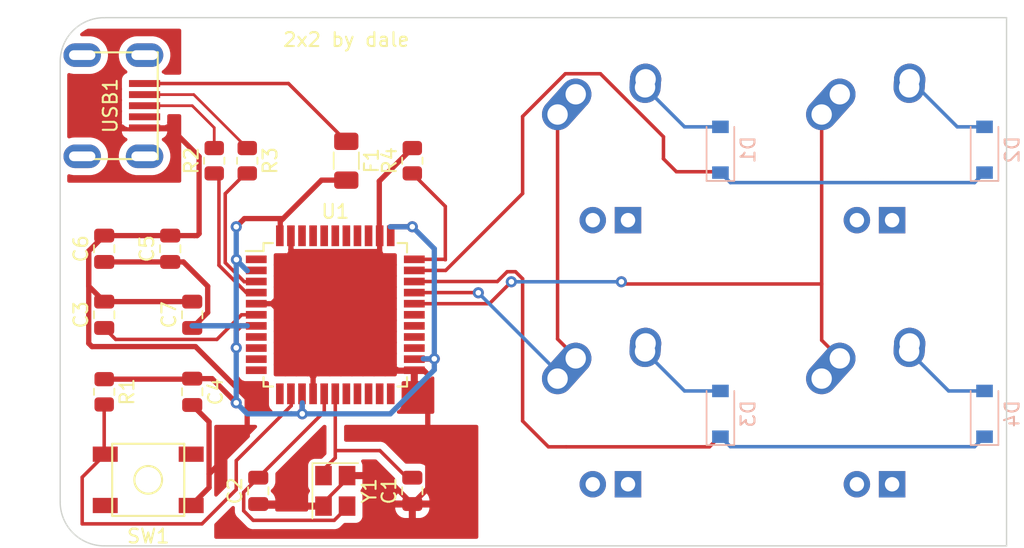
<source format=kicad_pcb>
(kicad_pcb (version 20211014) (generator pcbnew)
  (layers (0 "F.Cu" signal) (31 "B.Cu" signal) (34 "B.Paste" user) (35 "F.Paste" user) (36 "B.SilkS" user "B.Silkscreen") (37 "F.SilkS" user "F.Silkscreen") (38 "B.Mask" user) (39 "F.Mask" user) (44 "Edge.Cuts" user))
  (net 0 "")
  (net 1 "GND")
  (net 2 "Net-(C1-Pad2)")
  (net 3 "Net-(C2-Pad2)")
  (net 4 "Net-(C3-Pad1)")
  (net 5 "+5V")
  (net 6 "ROW0")
  (net 7 "Net-(D1-Pad2)")
  (net 8 "Net-(D2-Pad2)")
  (net 9 "ROW1")
  (net 10 "Net-(D3-Pad2)")
  (net 11 "Net-(D4-Pad2)")
  (net 12 "VCC")
  (net 13 "COL0")
  (net 16 "COL1")
  (net 23 "Net-(R1-Pad2)")
  (net 24 "Net-(R2-Pad1)")
  (net 25 "D+")
  (net 26 "D-")
  (net 27 "Net-(R3-Pad2)")
  (net 28 "Net-(R4-Pad1)")
  (footprint "Resistor_SMD:R_0805_2012Metric" (layer "F.Cu") (at 99.21875 139.7 -90)
    (fp_text reference "R1" (at 0 -1.65 90) (layer "F.SilkS"))
    (fp_text value "10k")
    (fp_line (start -0.227064 -0.735) (end 0.227064 -0.735) (layer "F.SilkS") (width 0.12))
    (fp_line (start -0.227064 0.735) (end 0.227064 0.735) (layer "F.SilkS") (width 0.12))
    (pad "1" smd roundrect (at -0.9125 0 270) (size 1.025 1.4) (layers "F.Cu" "F.Paste" "F.Mask") (roundrect_rratio 0.243902) (net 5 "+5V"))
    (pad "2" smd roundrect (at 0.9125 0 270) (size 1.025 1.4) (layers "F.Cu" "F.Paste" "F.Mask") (roundrect_rratio 0.243902) (net 23 "Net-(R1-Pad2)"))
  )
  (footprint "MX_Alps_Hybrid:MX-1U" (layer "F.Cu") (at 154.78125 122.2375)
    (fp_text reference "MX2")
    (fp_text value "MX-LED")
    (pad "" np_thru_hole circle locked (at 0 0) (size 3.9878 3.9878) (drill 3.9878) (layers *.Cu *.Mask))
    (pad "" np_thru_hole circle locked (at 5.08 0 48.0996) (size 1.75 1.75) (drill 1.75) (layers *.Cu *.Mask))
    (pad "" np_thru_hole circle locked (at -5.08 0 48.0996) (size 1.75 1.75) (drill 1.75) (layers *.Cu *.Mask))
    (pad "1" thru_hole circle locked (at -2.5 -4) (size 2.25 2.25) (drill 1.47) (layers *.Cu "B.Mask") (net 16 "COL1"))
    (pad "1" thru_hole oval locked (at -3.81 -2.54 48.0996) (size 4.211556 2.25) (drill 1.47 (offset 0.980778 0)) (layers *.Cu "B.Mask") (net 16 "COL1"))
    (pad "2" thru_hole oval locked (at 2.5 -4.5 86.0548) (size 2.831378 2.25) (drill 1.47 (offset 0.290689 0)) (layers *.Cu "B.Mask") (net 8 "Net-(D2-Pad2)"))
    (pad "2" thru_hole circle locked (at 2.54 -5.08) (size 2.25 2.25) (drill 1.47) (layers *.Cu "B.Mask") (net 8 "Net-(D2-Pad2)"))
    (pad "3" thru_hole circle locked (at -1.27 5.08) (size 1.905 1.905) (drill 1.04) (layers *.Cu "B.Mask"))
    (pad "4" thru_hole rect locked (at 1.27 5.08) (size 1.905 1.905) (drill 1.04) (layers *.Cu "B.Mask"))
  )
  (footprint "Resistor_SMD:R_0805_2012Metric" (layer "F.Cu") (at 121.44375 123.03125 90)
    (fp_text reference "R4" (at 0 -1.65 90) (layer "F.SilkS"))
    (fp_text value "10k")
    (fp_line (start -0.227064 0.735) (end 0.227064 0.735) (layer "F.SilkS") (width 0.12))
    (fp_line (start -0.227064 -0.735) (end 0.227064 -0.735) (layer "F.SilkS") (width 0.12))
    (pad "1" smd roundrect (at -0.9125 0 90) (size 1.025 1.4) (layers "F.Cu" "F.Paste" "F.Mask") (roundrect_rratio 0.243902) (net 28 "Net-(R4-Pad1)"))
    (pad "2" smd roundrect (at 0.9125 0 90) (size 1.025 1.4) (layers "F.Cu" "F.Paste" "F.Mask") (roundrect_rratio 0.243902) (net 1 "GND"))
  )
  (footprint "random-keyboard-parts:Molex-0548190589" (layer "F.Cu") (at 97.63125 119.0625)
    (fp_text reference "USB1" (at 2.032 0 90) (layer "F.SilkS"))
    (fp_text value "Molex-0548190589")
    (fp_line (start 0 -3.85) (end 5.45 -3.85) (layer "F.SilkS") (width 0.15))
    (fp_line (start 0 3.85) (end 5.45 3.85) (layer "F.SilkS") (width 0.15))
    (fp_line (start 5.45 -3.85) (end 5.45 3.85) (layer "F.SilkS") (width 0.15))
    (pad "1" smd rect locked (at 4.5 1.6) (size 2.25 0.5) (layers "F.Cu" "F.Paste" "F.Mask") (net 1 "GND"))
    (pad "2" smd rect locked (at 4.5 0.8) (size 2.25 0.5) (layers "F.Cu" "F.Paste" "F.Mask"))
    (pad "3" smd rect locked (at 4.5 0) (size 2.25 0.5) (layers "F.Cu" "F.Paste" "F.Mask") (net 25 "D+"))
    (pad "4" smd rect locked (at 4.5 -0.8) (size 2.25 0.5) (layers "F.Cu" "F.Paste" "F.Mask") (net 26 "D-"))
    (pad "5" smd rect locked (at 4.5 -1.6) (size 2.25 0.5) (layers "F.Cu" "F.Paste" "F.Mask") (net 12 "VCC"))
    (pad "6" thru_hole oval locked (at 4.5 3.65) (size 2.7 1.7) (drill oval 1.9 0.7) (layers *.Cu *.Mask))
    (pad "6" thru_hole oval locked (at 0 3.65) (size 2.7 1.7) (drill oval 1.9 0.7) (layers *.Cu *.Mask))
    (pad "6" thru_hole oval locked (at 0 -3.65) (size 2.7 1.7) (drill oval 1.9 0.7) (layers *.Cu *.Mask))
    (pad "6" thru_hole oval locked (at 4.5 -3.65) (size 2.7 1.7) (drill oval 1.9 0.7) (layers *.Cu *.Mask))
  )
  (footprint "MX_Alps_Hybrid:MX-1U" (layer "F.Cu") (at 154.78125 141.2875)
    (fp_text reference "MX4")
    (fp_text value "MX-LED")
    (pad "" np_thru_hole circle locked (at 5.08 0 48.0996) (size 1.75 1.75) (drill 1.75) (layers *.Cu *.Mask))
    (pad "" np_thru_hole circle locked (at 0 0) (size 3.9878 3.9878) (drill 3.9878) (layers *.Cu *.Mask))
    (pad "" np_thru_hole circle locked (at -5.08 0 48.0996) (size 1.75 1.75) (drill 1.75) (layers *.Cu *.Mask))
    (pad "1" thru_hole oval locked (at -3.81 -2.54 48.0996) (size 4.211556 2.25) (drill 1.47 (offset 0.980778 0)) (layers *.Cu "B.Mask") (net 16 "COL1"))
    (pad "1" thru_hole circle locked (at -2.5 -4) (size 2.25 2.25) (drill 1.47) (layers *.Cu "B.Mask") (net 16 "COL1"))
    (pad "2" thru_hole circle locked (at 2.54 -5.08) (size 2.25 2.25) (drill 1.47) (layers *.Cu "B.Mask") (net 11 "Net-(D4-Pad2)"))
    (pad "2" thru_hole oval locked (at 2.5 -4.5 86.0548) (size 2.831378 2.25) (drill 1.47 (offset 0.290689 0)) (layers *.Cu "B.Mask") (net 11 "Net-(D4-Pad2)"))
    (pad "3" thru_hole circle locked (at -1.27 5.08) (size 1.905 1.905) (drill 1.04) (layers *.Cu "B.Mask"))
    (pad "4" thru_hole rect locked (at 1.27 5.08) (size 1.905 1.905) (drill 1.04) (layers *.Cu "B.Mask"))
  )
  (footprint "Capacitor_SMD:C_0805_2012Metric" (layer "F.Cu") (at 99.21875 129.38125 90)
    (fp_text reference "C6" (at 0 -1.68 90) (layer "F.SilkS"))
    (fp_text value "0.1uF")
    (fp_line (start -0.261252 0.735) (end 0.261252 0.735) (layer "F.SilkS") (width 0.12))
    (fp_line (start -0.261252 -0.735) (end 0.261252 -0.735) (layer "F.SilkS") (width 0.12))
    (pad "1" smd roundrect (at -0.95 0 90) (size 1 1.45) (layers "F.Cu" "F.Paste" "F.Mask") (net 5 "+5V"))
    (pad "2" smd roundrect (at 0.95 0 90) (size 1 1.45) (layers "F.Cu" "F.Paste" "F.Mask") (net 1 "GND"))
  )
  (footprint "Package_QFP:TQFP-44_10x10mm_P0.8mm" (layer "F.Cu") (at 115.8875 134.14375)
    (fp_text reference "U1" (at 0 -7.45) (layer "F.SilkS"))
    (fp_text value "ATmega32U4-A")
    (fp_line (start 5.175 -5.175) (end 4.5 -5.175) (layer "F.SilkS") (width 0.15))
    (fp_line (start 5.175 5.175) (end 4.5 5.175) (layer "F.SilkS") (width 0.15))
    (fp_line (start -5.175 5.175) (end -4.5 5.175) (layer "F.SilkS") (width 0.15))
    (fp_line (start 5.175 5.175) (end 5.175 4.5) (layer "F.SilkS") (width 0.15))
    (fp_line (start -5.175 -4.6) (end -6.45 -4.6) (layer "F.SilkS") (width 0.15))
    (fp_line (start -5.175 -5.175) (end -5.175 -4.6) (layer "F.SilkS") (width 0.15))
    (fp_line (start 5.175 -5.175) (end 5.175 -4.5) (layer "F.SilkS") (width 0.15))
    (fp_line (start -5.175 5.175) (end -5.175 4.5) (layer "F.SilkS") (width 0.15))
    (fp_line (start -5.175 -5.175) (end -4.5 -5.175) (layer "F.SilkS") (width 0.15))
    (pad "1" smd rect (at -5.7 -4) (size 1.5 0.55) (layers "F.Cu" "F.Paste" "F.Mask"))
    (pad "2" smd rect (at -5.7 -3.2) (size 1.5 0.55) (layers "F.Cu" "F.Paste" "F.Mask") (net 5 "+5V"))
    (pad "3" smd rect (at -5.7 -2.4) (size 1.5 0.55) (layers "F.Cu" "F.Paste" "F.Mask") (net 27 "Net-(R3-Pad2)"))
    (pad "4" smd rect (at -5.7 -1.6) (size 1.5 0.55) (layers "F.Cu" "F.Paste" "F.Mask") (net 24 "Net-(R2-Pad1)"))
    (pad "5" smd rect (at -5.7 -0.8) (size 1.5 0.55) (layers "F.Cu" "F.Paste" "F.Mask") (net 1 "GND"))
    (pad "6" smd rect (at -5.7 0) (size 1.5 0.55) (layers "F.Cu" "F.Paste" "F.Mask") (net 4 "Net-(C3-Pad1)"))
    (pad "7" smd rect (at -5.7 0.8) (size 1.5 0.55) (layers "F.Cu" "F.Paste" "F.Mask") (net 5 "+5V"))
    (pad "8" smd rect (at -5.7 1.6) (size 1.5 0.55) (layers "F.Cu" "F.Paste" "F.Mask"))
    (pad "9" smd rect (at -5.7 2.4) (size 1.5 0.55) (layers "F.Cu" "F.Paste" "F.Mask"))
    (pad "10" smd rect (at -5.7 3.2) (size 1.5 0.55) (layers "F.Cu" "F.Paste" "F.Mask"))
    (pad "11" smd rect (at -5.7 4) (size 1.5 0.55) (layers "F.Cu" "F.Paste" "F.Mask"))
    (pad "12" smd rect (at -4 5.7 90) (size 1.5 0.55) (layers "F.Cu" "F.Paste" "F.Mask"))
    (pad "13" smd rect (at -3.2 5.7 90) (size 1.5 0.55) (layers "F.Cu" "F.Paste" "F.Mask") (net 23 "Net-(R1-Pad2)"))
    (pad "14" smd rect (at -2.4 5.7 90) (size 1.5 0.55) (layers "F.Cu" "F.Paste" "F.Mask") (net 5 "+5V"))
    (pad "15" smd rect (at -1.6 5.7 90) (size 1.5 0.55) (layers "F.Cu" "F.Paste" "F.Mask") (net 1 "GND"))
    (pad "16" smd rect (at -0.8 5.7 90) (size 1.5 0.55) (layers "F.Cu" "F.Paste" "F.Mask") (net 3 "Net-(C2-Pad2)"))
    (pad "17" smd rect (at 0 5.7 90) (size 1.5 0.55) (layers "F.Cu" "F.Paste" "F.Mask") (net 2 "Net-(C1-Pad2)"))
    (pad "18" smd rect (at 0.8 5.7 90) (size 1.5 0.55) (layers "F.Cu" "F.Paste" "F.Mask"))
    (pad "19" smd rect (at 1.6 5.7 90) (size 1.5 0.55) (layers "F.Cu" "F.Paste" "F.Mask"))
    (pad "20" smd rect (at 2.4 5.7 90) (size 1.5 0.55) (layers "F.Cu" "F.Paste" "F.Mask"))
    (pad "21" smd rect (at 3.2 5.7 90) (size 1.5 0.55) (layers "F.Cu" "F.Paste" "F.Mask"))
    (pad "22" smd rect (at 4 5.7 90) (size 1.5 0.55) (layers "F.Cu" "F.Paste" "F.Mask"))
    (pad "23" smd rect (at 5.7 4) (size 1.5 0.55) (layers "F.Cu" "F.Paste" "F.Mask") (net 1 "GND"))
    (pad "24" smd rect (at 5.7 3.2) (size 1.5 0.55) (layers "F.Cu" "F.Paste" "F.Mask") (net 5 "+5V"))
    (pad "25" smd rect (at 5.7 2.4) (size 1.5 0.55) (layers "F.Cu" "F.Paste" "F.Mask"))
    (pad "26" smd rect (at 5.7 1.6) (size 1.5 0.55) (layers "F.Cu" "F.Paste" "F.Mask"))
    (pad "27" smd rect (at 5.7 0.8) (size 1.5 0.55) (layers "F.Cu" "F.Paste" "F.Mask"))
    (pad "28" smd rect (at 5.7 0) (size 1.5 0.55) (layers "F.Cu" "F.Paste" "F.Mask"))
    (pad "29" smd rect (at 5.7 -0.8) (size 1.5 0.55) (layers "F.Cu" "F.Paste" "F.Mask") (net 16 "COL1"))
    (pad "30" smd rect (at 5.7 -1.6) (size 1.5 0.55) (layers "F.Cu" "F.Paste" "F.Mask") (net 13 "COL0"))
    (pad "31" smd rect (at 5.7 -2.4) (size 1.5 0.55) (layers "F.Cu" "F.Paste" "F.Mask") (net 9 "ROW1"))
    (pad "32" smd rect (at 5.7 -3.2) (size 1.5 0.55) (layers "F.Cu" "F.Paste" "F.Mask") (net 6 "ROW0"))
    (pad "33" smd rect (at 5.7 -4) (size 1.5 0.55) (layers "F.Cu" "F.Paste" "F.Mask") (net 28 "Net-(R4-Pad1)"))
    (pad "34" smd rect (at 4 -5.7 90) (size 1.5 0.55) (layers "F.Cu" "F.Paste" "F.Mask") (net 5 "+5V"))
    (pad "35" smd rect (at 3.2 -5.7 90) (size 1.5 0.55) (layers "F.Cu" "F.Paste" "F.Mask") (net 1 "GND"))
    (pad "36" smd rect (at 2.4 -5.7 90) (size 1.5 0.55) (layers "F.Cu" "F.Paste" "F.Mask"))
    (pad "37" smd rect (at 1.6 -5.7 90) (size 1.5 0.55) (layers "F.Cu" "F.Paste" "F.Mask"))
    (pad "38" smd rect (at 0.8 -5.7 90) (size 1.5 0.55) (layers "F.Cu" "F.Paste" "F.Mask"))
    (pad "39" smd rect (at 0 -5.7 90) (size 1.5 0.55) (layers "F.Cu" "F.Paste" "F.Mask"))
    (pad "40" smd rect (at -0.8 -5.7 90) (size 1.5 0.55) (layers "F.Cu" "F.Paste" "F.Mask"))
    (pad "41" smd rect (at -1.6 -5.7 90) (size 1.5 0.55) (layers "F.Cu" "F.Paste" "F.Mask"))
    (pad "42" smd rect (at -2.4 -5.7 90) (size 1.5 0.55) (layers "F.Cu" "F.Paste" "F.Mask"))
    (pad "43" smd rect (at -3.2 -5.7 90) (size 1.5 0.55) (layers "F.Cu" "F.Paste" "F.Mask") (net 1 "GND"))
    (pad "44" smd rect (at -4 -5.7 90) (size 1.5 0.55) (layers "F.Cu" "F.Paste" "F.Mask") (net 5 "+5V"))
  )
  (footprint "Capacitor_SMD:C_0805_2012Metric" (layer "F.Cu") (at 105.56875 139.7 -90)
    (fp_text reference "C4" (at 0 -1.68 90) (layer "F.SilkS"))
    (fp_text value "0.1uF")
    (fp_line (start -0.261252 0.735) (end 0.261252 0.735) (layer "F.SilkS") (width 0.12))
    (fp_line (start -0.261252 -0.735) (end 0.261252 -0.735) (layer "F.SilkS") (width 0.12))
    (pad "1" smd roundrect (at -0.95 0 270) (size 1 1.45) (layers "F.Cu" "F.Paste" "F.Mask") (net 5 "+5V"))
    (pad "2" smd roundrect (at 0.95 0 270) (size 1 1.45) (layers "F.Cu" "F.Paste" "F.Mask") (net 1 "GND"))
  )
  (footprint "MX_Alps_Hybrid:MX-1U" (layer "F.Cu") (at 135.73125 122.2375)
    (fp_text reference "MX1")
    (fp_text value "MX-LED")
    (pad "" np_thru_hole circle locked (at 5.08 0 48.0996) (size 1.75 1.75) (drill 1.75) (layers *.Cu *.Mask))
    (pad "" np_thru_hole circle locked (at -5.08 0 48.0996) (size 1.75 1.75) (drill 1.75) (layers *.Cu *.Mask))
    (pad "" np_thru_hole circle locked (at 0 0) (size 3.9878 3.9878) (drill 3.9878) (layers *.Cu *.Mask))
    (pad "1" thru_hole oval locked (at -3.81 -2.54 48.0996) (size 4.211556 2.25) (drill 1.47 (offset 0.980778 0)) (layers *.Cu "B.Mask") (net 13 "COL0"))
    (pad "1" thru_hole circle locked (at -2.5 -4) (size 2.25 2.25) (drill 1.47) (layers *.Cu "B.Mask") (net 13 "COL0"))
    (pad "2" thru_hole circle locked (at 2.54 -5.08) (size 2.25 2.25) (drill 1.47) (layers *.Cu "B.Mask") (net 7 "Net-(D1-Pad2)"))
    (pad "2" thru_hole oval locked (at 2.5 -4.5 86.0548) (size 2.831378 2.25) (drill 1.47 (offset 0.290689 0)) (layers *.Cu "B.Mask") (net 7 "Net-(D1-Pad2)"))
    (pad "3" thru_hole circle locked (at -1.27 5.08) (size 1.905 1.905) (drill 1.04) (layers *.Cu "B.Mask"))
    (pad "4" thru_hole rect locked (at 1.27 5.08) (size 1.905 1.905) (drill 1.04) (layers *.Cu "B.Mask"))
  )
  (footprint "Capacitor_SMD:C_0805_2012Metric" (layer "F.Cu") (at 110.33125 146.84375 90)
    (fp_text reference "C2" (at 0 -1.68 90) (layer "F.SilkS"))
    (fp_text value "22pF")
    (fp_line (start -0.261252 0.735) (end 0.261252 0.735) (layer "F.SilkS") (width 0.12))
    (fp_line (start -0.261252 -0.735) (end 0.261252 -0.735) (layer "F.SilkS") (width 0.12))
    (pad "1" smd roundrect (at -0.95 0 90) (size 1 1.45) (layers "F.Cu" "F.Paste" "F.Mask") (net 1 "GND"))
    (pad "2" smd roundrect (at 0.95 0 90) (size 1 1.45) (layers "F.Cu" "F.Paste" "F.Mask") (net 3 "Net-(C2-Pad2)"))
  )
  (footprint "Capacitor_SMD:C_0805_2012Metric" (layer "F.Cu") (at 121.44375 146.84375 90)
    (fp_text reference "C1" (at 0 -1.68 90) (layer "F.SilkS"))
    (fp_text value "22pF")
    (fp_line (start -0.261252 0.735) (end 0.261252 0.735) (layer "F.SilkS") (width 0.12))
    (fp_line (start -0.261252 -0.735) (end 0.261252 -0.735) (layer "F.SilkS") (width 0.12))
    (pad "1" smd roundrect (at -0.95 0 90) (size 1 1.45) (layers "F.Cu" "F.Paste" "F.Mask") (net 1 "GND"))
    (pad "2" smd roundrect (at 0.95 0 90) (size 1 1.45) (layers "F.Cu" "F.Paste" "F.Mask") (net 2 "Net-(C1-Pad2)"))
  )
  (footprint "Resistor_SMD:R_0805_2012Metric" (layer "F.Cu") (at 109.5375 123.03125 -90)
    (fp_text reference "R3" (at 0 -1.65 90) (layer "F.SilkS"))
    (fp_text value "22")
    (fp_line (start -0.227064 -0.735) (end 0.227064 -0.735) (layer "F.SilkS") (width 0.12))
    (fp_line (start -0.227064 0.735) (end 0.227064 0.735) (layer "F.SilkS") (width 0.12))
    (pad "1" smd roundrect (at -0.9125 0 270) (size 1.025 1.4) (layers "F.Cu" "F.Paste" "F.Mask") (roundrect_rratio 0.243902) (net 26 "D-"))
    (pad "2" smd roundrect (at 0.9125 0 270) (size 1.025 1.4) (layers "F.Cu" "F.Paste" "F.Mask") (roundrect_rratio 0.243902) (net 27 "Net-(R3-Pad2)"))
  )
  (footprint "Capacitor_SMD:C_0805_2012Metric" (layer "F.Cu") (at 105.56875 134.14375 90)
    (fp_text reference "C7" (at 0 -1.68 90) (layer "F.SilkS"))
    (fp_text value "10uF")
    (fp_line (start -0.261252 -0.735) (end 0.261252 -0.735) (layer "F.SilkS") (width 0.12))
    (fp_line (start -0.261252 0.735) (end 0.261252 0.735) (layer "F.SilkS") (width 0.12))
    (pad "1" smd roundrect (at -0.95 0 90) (size 1 1.45) (layers "F.Cu" "F.Paste" "F.Mask") (net 5 "+5V"))
    (pad "2" smd roundrect (at 0.95 0 90) (size 1 1.45) (layers "F.Cu" "F.Paste" "F.Mask") (net 1 "GND"))
  )
  (footprint "Crystal:Crystal_SMD_3225-4Pin_3.2x2.5mm" (layer "F.Cu") (at 115.8875 146.84375 -90)
    (fp_text reference "Y1" (at 0 -2.45 90) (layer "F.SilkS"))
    (fp_text value "16MHz")
    (fp_line (start -2 -1.65) (end -2 1.65) (layer "F.SilkS") (width 0.12))
    (fp_line (start -2 1.65) (end 2 1.65) (layer "F.SilkS") (width 0.12))
    (pad "1" smd rect (at -1.1 0.85 270) (size 1.4 1.2) (layers "F.Cu" "F.Paste" "F.Mask") (net 2 "Net-(C1-Pad2)"))
    (pad "2" smd rect (at 1.1 0.85 270) (size 1.4 1.2) (layers "F.Cu" "F.Paste" "F.Mask") (net 1 "GND"))
    (pad "3" smd rect (at 1.1 -0.85 270) (size 1.4 1.2) (layers "F.Cu" "F.Paste" "F.Mask") (net 3 "Net-(C2-Pad2)"))
    (pad "4" smd rect (at -1.1 -0.85 270) (size 1.4 1.2) (layers "F.Cu" "F.Paste" "F.Mask") (net 1 "GND"))
  )
  (footprint "Capacitor_SMD:C_0805_2012Metric" (layer "F.Cu") (at 99.21875 134.14375 90)
    (fp_text reference "C3" (at 0 -1.68 90) (layer "F.SilkS"))
    (fp_text value "1uF")
    (fp_line (start -0.261252 -0.735) (end 0.261252 -0.735) (layer "F.SilkS") (width 0.12))
    (fp_line (start -0.261252 0.735) (end 0.261252 0.735) (layer "F.SilkS") (width 0.12))
    (pad "1" smd roundrect (at -0.95 0 90) (size 1 1.45) (layers "F.Cu" "F.Paste" "F.Mask") (net 4 "Net-(C3-Pad1)"))
    (pad "2" smd roundrect (at 0.95 0 90) (size 1 1.45) (layers "F.Cu" "F.Paste" "F.Mask") (net 1 "GND"))
  )
  (footprint "random-keyboard-parts:SKQG-1155865" (layer "F.Cu") (at 102.39375 146.05)
    (fp_text reference "SW1" (at 0 4.064) (layer "F.SilkS"))
    (fp_text value "SW_Push")
    (fp_line (start 2.6 -2.6) (end 2.6 2.6) (layer "F.SilkS") (width 0.15))
    (fp_line (start 2.6 2.6) (end -2.6 2.6) (layer "F.SilkS") (width 0.15))
    (fp_line (start -2.6 2.6) (end -2.6 -2.6) (layer "F.SilkS") (width 0.15))
    (fp_line (start -2.6 -2.6) (end 2.6 -2.6) (layer "F.SilkS") (width 0.15))
    (fp_circle (center 0 0) (end 1 0) (layer "F.SilkS") (width 0.15) (fill none))
    (pad "1" smd rect locked (at 3.1 1.85) (size 1.8 1.1) (layers "F.Cu" "F.Paste" "F.Mask") (net 1 "GND"))
    (pad "2" smd rect locked (at -3.1 -1.85) (size 1.8 1.1) (layers "F.Cu" "F.Paste" "F.Mask") (net 23 "Net-(R1-Pad2)"))
    (pad "3" smd rect locked (at 3.1 -1.85) (size 1.8 1.1) (layers "F.Cu" "F.Paste" "F.Mask"))
    (pad "4" smd rect locked (at -3.1 1.85) (size 1.8 1.1) (layers "F.Cu" "F.Paste" "F.Mask"))
  )
  (footprint "MX_Alps_Hybrid:MX-1U" (layer "F.Cu") (at 135.73125 141.2875)
    (fp_text reference "MX3")
    (fp_text value "MX-LED")
    (pad "" np_thru_hole circle locked (at -5.08 0 48.0996) (size 1.75 1.75) (drill 1.75) (layers *.Cu *.Mask))
    (pad "" np_thru_hole circle locked (at 0 0) (size 3.9878 3.9878) (drill 3.9878) (layers *.Cu *.Mask))
    (pad "" np_thru_hole circle locked (at 5.08 0 48.0996) (size 1.75 1.75) (drill 1.75) (layers *.Cu *.Mask))
    (pad "1" thru_hole oval locked (at -3.81 -2.54 48.0996) (size 4.211556 2.25) (drill 1.47 (offset 0.980778 0)) (layers *.Cu "B.Mask") (net 13 "COL0"))
    (pad "1" thru_hole circle locked (at -2.5 -4) (size 2.25 2.25) (drill 1.47) (layers *.Cu "B.Mask") (net 13 "COL0"))
    (pad "2" thru_hole oval locked (at 2.5 -4.5 86.0548) (size 2.831378 2.25) (drill 1.47 (offset 0.290689 0)) (layers *.Cu "B.Mask") (net 10 "Net-(D3-Pad2)"))
    (pad "2" thru_hole circle locked (at 2.54 -5.08) (size 2.25 2.25) (drill 1.47) (layers *.Cu "B.Mask") (net 10 "Net-(D3-Pad2)"))
    (pad "3" thru_hole circle locked (at -1.27 5.08) (size 1.905 1.905) (drill 1.04) (layers *.Cu "B.Mask"))
    (pad "4" thru_hole rect locked (at 1.27 5.08) (size 1.905 1.905) (drill 1.04) (layers *.Cu "B.Mask"))
  )
  (footprint "Fuse:Fuse_1206_3216Metric" (layer "F.Cu") (at 116.68125 123.03125 -90)
    (fp_text reference "F1" (at 0 -1.82 90) (layer "F.SilkS"))
    (fp_text value "500mA")
    (fp_line (start -0.602064 -0.91) (end 0.602064 -0.91) (layer "F.SilkS") (width 0.12))
    (fp_line (start -0.602064 0.91) (end 0.602064 0.91) (layer "F.SilkS") (width 0.12))
    (pad "1" smd roundrect (at -1.4 0 270) (size 1.25 1.75) (layers "F.Cu" "F.Paste" "F.Mask") (roundrect_rratio 0.2) (net 12 "VCC"))
    (pad "2" smd roundrect (at 1.4 0 270) (size 1.25 1.75) (layers "F.Cu" "F.Paste" "F.Mask") (roundrect_rratio 0.2) (net 5 "+5V"))
  )
  (footprint "Resistor_SMD:R_0805_2012Metric" (layer "F.Cu") (at 107.15625 123.03125 90)
    (fp_text reference "R2" (at 0 -1.65 90) (layer "F.SilkS"))
    (fp_text value "22")
    (fp_line (start -0.227064 0.735) (end 0.227064 0.735) (layer "F.SilkS") (width 0.12))
    (fp_line (start -0.227064 -0.735) (end 0.227064 -0.735) (layer "F.SilkS") (width 0.12))
    (pad "1" smd roundrect (at -0.9125 0 90) (size 1.025 1.4) (layers "F.Cu" "F.Paste" "F.Mask") (roundrect_rratio 0.243902) (net 24 "Net-(R2-Pad1)"))
    (pad "2" smd roundrect (at 0.9125 0 90) (size 1.025 1.4) (layers "F.Cu" "F.Paste" "F.Mask") (roundrect_rratio 0.243902) (net 25 "D+"))
  )
  (footprint "Capacitor_SMD:C_0805_2012Metric" (layer "F.Cu") (at 103.98125 129.38125 90)
    (fp_text reference "C5" (at 0 -1.68 90) (layer "F.SilkS"))
    (fp_text value "0.1uF")
    (fp_line (start -0.261252 -0.735) (end 0.261252 -0.735) (layer "F.SilkS") (width 0.12))
    (fp_line (start -0.261252 0.735) (end 0.261252 0.735) (layer "F.SilkS") (width 0.12))
    (pad "1" smd roundrect (at -0.95 0 90) (size 1 1.45) (layers "F.Cu" "F.Paste" "F.Mask") (net 5 "+5V"))
    (pad "2" smd roundrect (at 0.95 0 90) (size 1 1.45) (layers "F.Cu" "F.Paste" "F.Mask") (net 1 "GND"))
  )
  (footprint "Diode_SMD:D_SOD-123" (layer "B.Cu") (at 143.66875 122.2375 90)
    (fp_text reference "D1" (at 0 2 90) (layer "B.SilkS") (effects (justify mirror)))
    (fp_text value "SOD-123")
    (fp_line (start -2.25 -1) (end 1.65 -1) (layer "B.SilkS") (width 0.12))
    (fp_line (start -2.25 1) (end -2.25 -1) (layer "B.SilkS") (width 0.12))
    (fp_line (start -2.25 1) (end 1.65 1) (layer "B.SilkS") (width 0.12))
    (pad "1" smd rect (at -1.65 0 90) (size 0.9 1.2) (layers "B.Cu" "B.Paste" "B.Mask") (net 6 "ROW0"))
    (pad "2" smd rect (at 1.65 0 90) (size 0.9 1.2) (layers "B.Cu" "B.Paste" "B.Mask") (net 7 "Net-(D1-Pad2)"))
  )
  (footprint "Diode_SMD:D_SOD-123" (layer "B.Cu") (at 162.71875 141.2875 90)
    (fp_text reference "D4" (at 0 2 90) (layer "B.SilkS") (effects (justify mirror)))
    (fp_text value "SOD-123")
    (fp_line (start -2.25 1) (end -2.25 -1) (layer "B.SilkS") (width 0.12))
    (fp_line (start -2.25 1) (end 1.65 1) (layer "B.SilkS") (width 0.12))
    (fp_line (start -2.25 -1) (end 1.65 -1) (layer "B.SilkS") (width 0.12))
    (pad "1" smd rect (at -1.65 0 90) (size 0.9 1.2) (layers "B.Cu" "B.Paste" "B.Mask") (net 9 "ROW1"))
    (pad "2" smd rect (at 1.65 0 90) (size 0.9 1.2) (layers "B.Cu" "B.Paste" "B.Mask") (net 11 "Net-(D4-Pad2)"))
  )
  (footprint "Diode_SMD:D_SOD-123" (layer "B.Cu") (at 143.66875 141.2875 90)
    (fp_text reference "D3" (at 0 2 90) (layer "B.SilkS") (effects (justify mirror)))
    (fp_text value "SOD-123")
    (fp_line (start -2.25 1) (end -2.25 -1) (layer "B.SilkS") (width 0.12))
    (fp_line (start -2.25 -1) (end 1.65 -1) (layer "B.SilkS") (width 0.12))
    (fp_line (start -2.25 1) (end 1.65 1) (layer "B.SilkS") (width 0.12))
    (pad "1" smd rect (at -1.65 0 90) (size 0.9 1.2) (layers "B.Cu" "B.Paste" "B.Mask") (net 9 "ROW1"))
    (pad "2" smd rect (at 1.65 0 90) (size 0.9 1.2) (layers "B.Cu" "B.Paste" "B.Mask") (net 10 "Net-(D3-Pad2)"))
  )
  (footprint "Diode_SMD:D_SOD-123" (layer "B.Cu") (at 162.71875 122.2375 90)
    (fp_text reference "D2" (at 0 2 90) (layer "B.SilkS") (effects (justify mirror)))
    (fp_text value "SOD-123")
    (fp_line (start -2.25 1) (end 1.65 1) (layer "B.SilkS") (width 0.12))
    (fp_line (start -2.25 1) (end -2.25 -1) (layer "B.SilkS") (width 0.12))
    (fp_line (start -2.25 -1) (end 1.65 -1) (layer "B.SilkS") (width 0.12))
    (pad "1" smd rect (at -1.65 0 90) (size 0.9 1.2) (layers "B.Cu" "B.Paste" "B.Mask") (net 6 "ROW0"))
    (pad "2" smd rect (at 1.65 0 90) (size 0.9 1.2) (layers "B.Cu" "B.Paste" "B.Mask") (net 8 "Net-(D2-Pad2)"))
  )
  (gr_line (start 164.30625 150.8125) (end 99.21875 150.8125) (layer "Edge.Cuts") (width 0.1))
  (gr_arc (start 99.21875 150.8125) (mid 96.973686 149.882564) (end 96.04375 147.6375) (layer "Edge.Cuts") (width 0.1))
  (gr_arc (start 96.04375 115.8875) (mid 96.973686 113.642436) (end 99.21875 112.7125) (layer "Edge.Cuts") (width 0.1))
  (gr_line (start 99.21875 112.7125) (end 164.30625 112.7125) (layer "Edge.Cuts") (width 0.1))
  (gr_line (start 96.04375 115.8875) (end 96.04375 147.6375) (layer "Edge.Cuts") (width 0.1))
  (gr_line (start 164.30625 112.7125) (end 164.30625 150.8125) (layer "Edge.Cuts") (width 0.1))
  (gr_text "2x2 by dale" (at 116.68125 114.3) (layer "F.SilkS") (effects (font (size 1 1))))
  (segment (start 121.5875 138.14375) (end 114.30625 138.14375) (width 0.381) (layer "F.Cu") (net 1))
  (segment (start 98.10373 129.54627) (end 99.21875 128.43125) (width 0.381) (layer "F.Cu") (net 1))
  (segment (start 98.10373 136.20373) (end 98.10373 129.54627) (width 0.381) (layer "F.Cu") (net 1))
  (segment (start 112.6875 129.448772) (end 112.6875 131.97475) (width 0.381) (layer "F.Cu") (net 1))
  (segment (start 112.6875 131.97475) (end 111.3185 133.34375) (width 0.381) (layer "F.Cu") (net 1))
  (segment (start 105.725 133.35) (end 105.56875 133.19375) (width 0.381) (layer "F.Cu") (net 1))
  (segment (start 106.783761 146.609989) (end 105.49375 147.9) (width 0.381) (layer "F.Cu") (net 1))
  (segment (start 119.078489 129.583761) (end 112.822489 129.583761) (width 0.381) (layer "F.Cu") (net 1))
  (segment (start 105.56875 140.65) (end 106.783761 141.865011) (width 0.381) (layer "F.Cu") (net 1))
  (segment (start 99.21875 128.43125) (end 103.98125 128.43125) (width 0.381) (layer "F.Cu") (net 1))
  (segment (start 119.0875 128.44375) (end 119.0875 129.57475) (width 0.381) (layer "F.Cu") (net 1))
  (segment (start 121.44375 147.79375) (end 122.55877 146.67873) (width 0.381) (layer "F.Cu") (net 1))
  (segment (start 103.98125 128.43125) (end 105.725 128.43125) (width 0.381) (layer "F.Cu") (net 1))
  (segment (start 103.99375 120.6625) (end 102.13125 120.6625) (width 0.381) (layer "F.Cu") (net 1))
  (segment (start 114.2875 139.84375) (end 114.2875 138.125) (width 0.381) (layer "F.Cu") (net 1))
  (segment (start 98.33729 136.43729) (end 98.10373 136.20373) (width 0.381) (layer "F.Cu") (net 1))
  (segment (start 105.725 128.43125) (end 105.92621 128.43125) (width 0.381) (layer "F.Cu") (net 1))
  (segment (start 116.7375 145.99375) (end 116.7375 145.74375) (width 0.381) (layer "F.Cu") (net 1))
  (segment (start 112.822489 129.583761) (end 112.6875 129.448772) (width 0.381) (layer "F.Cu") (net 1))
  (segment (start 106.783761 145.628739) (end 106.783761 146.609989) (width 0.381) (layer "F.Cu") (net 1))
  (segment (start 110.48125 147.94375) (end 110.33125 147.79375) (width 0.381) (layer "F.Cu") (net 1))
  (segment (start 98.10373 132.07873) (end 99.21875 133.19375) (width 0.381) (layer "F.Cu") (net 1))
  (segment (start 106.783761 145.628739) (end 109.533761 142.878739) (width 0.381) (layer "F.Cu") (net 1))
  (segment (start 109.533761 142.878739) (end 109.533761 140.166516) (width 0.381) (layer "F.Cu") (net 1))
  (segment (start 114.2875 138.125) (end 114.2875 136.31275) (width 0.381) (layer "F.Cu") (net 1))
  (segment (start 115.0375 147.94375) (end 115.0375 147.69375) (width 0.381) (layer "F.Cu") (net 1))
  (segment (start 111.3185 133.34375) (end 110.1875 133.34375) (width 0.381) (layer "F.Cu") (net 1))
  (segment (start 119.0625 124.5) (end 119.0625 127.79375) (width 0.381) (layer "F.Cu") (net 1))
  (segment (start 106.783761 141.865011) (end 106.783761 145.628739) (width 0.381) (layer "F.Cu") (net 1))
  (segment (start 109.533761 140.166516) (end 105.804535 136.43729) (width 0.381) (layer "F.Cu") (net 1))
  (segment (start 105.804535 136.43729) (end 98.33729 136.43729) (width 0.381) (layer "F.Cu") (net 1))
  (segment (start 121.44375 122.11875) (end 119.0625 124.5) (width 0.381) (layer "F.Cu") (net 1))
  (segment (start 98.10373 129.54627) (end 98.10373 132.07873) (width 0.381) (layer "F.Cu") (net 1))
  (segment (start 105.92621 128.43125) (end 106.06623 128.29123) (width 0.381) (layer "F.Cu") (net 1))
  (segment (start 114.2875 136.31275) (end 111.3185 133.34375) (width 0.381) (layer "F.Cu") (net 1))
  (segment (start 106.06623 128.29123) (end 106.06623 122.73498) (width 0.381) (layer "F.Cu") (net 1))
  (segment (start 112.6875 129.448772) (end 112.6875 128.44375) (width 0.381) (layer "F.Cu") (net 1))
  (segment (start 116.7375 145.99375) (end 115.0375 147.69375) (width 0.254) (layer "F.Cu") (net 1))
  (segment (start 122.55877 138.43377) (end 122.2375 138.1125) (width 0.381) (layer "F.Cu") (net 1))
  (segment (start 122.55877 146.67873) (end 122.55877 138.43377) (width 0.381) (layer "F.Cu") (net 1))
  (segment (start 119.0875 129.57475) (end 119.078489 129.583761) (width 0.381) (layer "F.Cu") (net 1))
  (segment (start 99.21875 133.19375) (end 105.56875 133.19375) (width 0.381) (layer "F.Cu") (net 1))
  (segment (start 114.30625 138.14375) (end 114.2875 138.125) (width 0.381) (layer "F.Cu") (net 1))
  (segment (start 106.06623 122.73498) (end 103.99375 120.6625) (width 0.381) (layer "F.Cu") (net 1))
  (segment (start 119.39375 145.74375) (end 116.7375 145.74375) (width 0.381) (layer "F.Cu") (net 1))
  (segment (start 121.44375 147.79375) (end 119.39375 145.74375) (width 0.381) (layer "F.Cu") (net 1))
  (segment (start 115.0375 147.94375) (end 110.48125 147.94375) (width 0.381) (layer "F.Cu") (net 1))
  (segment (start 115.8875 143.93975) (end 115.8875 140.49375) (width 0.254) (layer "F.Cu") (net 2))
  (segment (start 119.105478 143.93975) (end 115.8875 143.93975) (width 0.254) (layer "F.Cu") (net 2))
  (segment (start 115.8875 144.4625) (end 115.09375 145.25625) (width 0.254) (layer "F.Cu") (net 2))
  (segment (start 115.8875 143.93975) (end 115.8875 144.4625) (width 0.254) (layer "F.Cu") (net 2))
  (segment (start 121.059478 145.89375) (end 119.105478 143.93975) (width 0.254) (layer "F.Cu") (net 2))
  (segment (start 121.44375 145.89375) (end 121.059478 145.89375) (width 0.254) (layer "F.Cu") (net 2))
  (segment (start 115.09375 141.13125) (end 115.09375 140.49375) (width 0.254) (layer "F.Cu") (net 3))
  (segment (start 109.27973 148.282552) (end 109.27973 146.94527) (width 0.254) (layer "F.Cu") (net 3))
  (segment (start 115.810989 148.970261) (end 109.967439 148.970261) (width 0.254) (layer "F.Cu") (net 3))
  (segment (start 116.7375 148.04375) (end 115.810989 148.970261) (width 0.254) (layer "F.Cu") (net 3))
  (segment (start 109.967439 148.970261) (end 109.27973 148.282552) (width 0.254) (layer "F.Cu") (net 3))
  (segment (start 109.27973 146.94527) (end 110.33125 145.89375) (width 0.254) (layer "F.Cu") (net 3))
  (segment (start 116.7375 147.94375) (end 116.7375 148.04375) (width 0.254) (layer "F.Cu") (net 3))
  (segment (start 110.33125 145.89375) (end 115.09375 141.13125) (width 0.254) (layer "F.Cu") (net 3))
  (segment (start 99.21875 135.09375) (end 100.04527 135.92027) (width 0.254) (layer "F.Cu") (net 4))
  (segment (start 107.348804 135.92027) (end 109.125324 134.14375) (width 0.254) (layer "F.Cu") (net 4))
  (segment (start 100.04527 135.92027) (end 107.348804 135.92027) (width 0.254) (layer "F.Cu") (net 4))
  (segment (start 109.125324 134.14375) (end 109.5375 134.14375) (width 0.254) (layer "F.Cu") (net 4))
  (segment (start 105.56875 135.09375) (end 106.68377 133.97873) (width 0.381) (layer "F.Cu") (net 5))
  (segment (start 111.91875 127.79375) (end 111.91875 127.407478) (width 0.381) (layer "F.Cu") (net 5))
  (segment (start 105.56875 138.75) (end 107 138.75) (width 0.381) (layer "F.Cu") (net 5))
  (segment (start 108.74375 135.2565) (end 108.74375 136.525) (width 0.381) (layer "F.Cu") (net 5))
  (segment (start 109.0565 134.94375) (end 108.74375 135.2565) (width 0.381) (layer "F.Cu") (net 5))
  (segment (start 103.98125 130.33125) (end 99.21875 130.33125) (width 0.381) (layer "F.Cu") (net 5))
  (segment (start 123.00625 137.34375) (end 123.03125 137.31875) (width 0.381) (layer "F.Cu") (net 5))
  (segment (start 107 138.75) (end 108.74375 140.49375) (width 0.381) (layer "F.Cu") (net 5))
  (segment (start 112.122489 127.203739) (end 114.894978 124.43125) (width 0.381) (layer "F.Cu") (net 5))
  (segment (start 121.5875 137.34375) (end 123.00625 137.34375) (width 0.381) (layer "F.Cu") (net 5))
  (segment (start 106.68377 132.08377) (end 104.93125 130.33125) (width 0.381) (layer "F.Cu") (net 5))
  (segment (start 111.91875 127.407478) (end 112.122489 127.203739) (width 0.381) (layer "F.Cu") (net 5))
  (segment (start 110.1875 134.94375) (end 109.0565 134.94375) (width 0.381) (layer "F.Cu") (net 5))
  (segment (start 109.333761 127.203739) (end 108.74375 127.79375) (width 0.381) (layer "F.Cu") (net 5))
  (segment (start 121.44375 127.79375) (end 119.85625 127.79375) (width 0.381) (layer "F.Cu") (net 5))
  (segment (start 113.4875 139.84375) (end 113.4875 141.26875) (width 0.381) (layer "F.Cu") (net 5))
  (segment (start 99.21875 138.7875) (end 105.338728 138.7875) (width 0.381) (layer "F.Cu") (net 5))
  (segment (start 105.71875 134.94375) (end 105.56875 135.09375) (width 0.381) (layer "F.Cu") (net 5))
  (segment (start 106.68377 133.97873) (end 106.68377 132.08377) (width 0.381) (layer "F.Cu") (net 5))
  (segment (start 114.894978 124.43125) (end 116.68125 124.43125) (width 0.381) (layer "F.Cu") (net 5))
  (segment (start 104.93125 130.33125) (end 103.98125 130.33125) (width 0.381) (layer "F.Cu") (net 5))
  (segment (start 113.4875 141.26875) (end 113.50625 141.2875) (width 0.381) (layer "F.Cu") (net 5))
  (segment (start 112.122489 127.203739) (end 109.333761 127.203739) (width 0.381) (layer "F.Cu") (net 5))
  (via (at 108.74375 140.49375) (size 0.8) (drill 0.4) (layers "F.Cu" "B.Cu") (net 5))
  (via (at 123.03125 137.31875) (size 0.8) (drill 0.4) (layers "F.Cu" "B.Cu") (net 5))
  (via (at 108.755953 130.162797) (size 0.8) (drill 0.4) (layers "F.Cu" "B.Cu") (net 5))
  (via (at 121.44375 127.79375) (size 0.8) (drill 0.4) (layers "F.Cu" "B.Cu") (net 5))
  (via (at 113.50625 141.2875) (size 0.8) (drill 0.4) (layers "F.Cu" "B.Cu") (net 5))
  (via (at 108.74375 127.79375) (size 0.8) (drill 0.4) (layers "F.Cu" "B.Cu") (net 5))
  (via (at 108.74375 136.525) (size 0.8) (drill 0.4) (layers "F.Cu" "B.Cu") (net 5))
  (segment (start 109.5375 141.2875) (end 112.7125 141.2875) (width 0.381) (layer "B.Cu") (net 5))
  (segment (start 105.56875 134.9375) (end 109.5375 134.9375) (width 0.381) (layer "B.Cu") (net 5))
  (segment (start 108.74375 134.9375) (end 108.74375 136.525) (width 0.381) (layer "B.Cu") (net 5))
  (segment (start 113.50625 141.2875) (end 119.85625 141.2875) (width 0.381) (layer "B.Cu") (net 5))
  (segment (start 109.5375 130.96875) (end 108.74375 130.175) (width 0.381) (layer "B.Cu") (net 5))
  (segment (start 108.74375 136.525) (end 108.74375 140.49375) (width 0.381) (layer "B.Cu") (net 5))
  (segment (start 108.74375 130.175) (end 108.74375 134.9375) (width 0.381) (layer "B.Cu") (net 5))
  (segment (start 123.03125 138.1125) (end 123.03125 137.31875) (width 0.381) (layer "B.Cu") (net 5))
  (segment (start 123.03125 137.31875) (end 123.03125 129.38125) (width 0.381) (layer "B.Cu") (net 5))
  (segment (start 119.85625 141.2875) (end 123.03125 138.1125) (width 0.381) (layer "B.Cu") (net 5))
  (segment (start 108.74375 140.49375) (end 109.5375 141.2875) (width 0.381) (layer "B.Cu") (net 5))
  (segment (start 108.74375 134.9375) (end 105.56875 134.9375) (width 0.381) (layer "B.Cu") (net 5))
  (segment (start 123.03125 137.31875) (end 122.2375 137.31875) (width 0.381) (layer "B.Cu") (net 5))
  (segment (start 121.44375 127.79375) (end 119.85625 127.79375) (width 0.381) (layer "B.Cu") (net 5))
  (segment (start 108.74375 130.175) (end 108.755953 130.162797) (width 0.381) (layer "B.Cu") (net 5))
  (segment (start 113.50625 141.2875) (end 113.50625 140.49375) (width 0.381) (layer "B.Cu") (net 5))
  (segment (start 112.7125 141.2875) (end 113.50625 141.2875) (width 0.381) (layer "B.Cu") (net 5))
  (segment (start 123.03125 129.38125) (end 121.44375 127.79375) (width 0.381) (layer "B.Cu") (net 5))
  (segment (start 108.74375 127.79375) (end 108.74375 130.175) (width 0.381) (layer "B.Cu") (net 5))
  (segment (start 135.011844 116.755594) (end 139.559729 121.303479) (width 0.254) (layer "F.Cu") (net 6))
  (segment (start 139.559729 122.890979) (end 140.49375 123.825) (width 0.254) (layer "F.Cu") (net 6))
  (segment (start 132.481906 116.755594) (end 135.011844 116.755594) (width 0.254) (layer "F.Cu") (net 6))
  (segment (start 121.5875 130.94375) (end 123.85 130.94375) (width 0.254) (layer "F.Cu") (net 6))
  (segment (start 129.399729 125.394021) (end 129.399729 119.837771) (width 0.254) (layer "F.Cu") (net 6))
  (segment (start 139.559729 121.303479) (end 139.559729 122.890979) (width 0.254) (layer "F.Cu") (net 6))
  (segment (start 140.49375 123.825) (end 143.66875 123.825) (width 0.254) (layer "F.Cu") (net 6))
  (segment (start 123.85 130.94375) (end 129.399729 125.394021) (width 0.254) (layer "F.Cu") (net 6))
  (segment (start 129.399729 119.837771) (end 132.481906 116.755594) (width 0.254) (layer "F.Cu") (net 6))
  (segment (start 143.66875 123.8875) (end 144.389171 124.607921) (width 0.254) (layer "B.Cu") (net 6))
  (segment (start 144.389171 124.607921) (end 161.998329 124.607921) (width 0.254) (layer "B.Cu") (net 6))
  (segment (start 161.998329 124.607921) (end 162.71875 123.8875) (width 0.254) (layer "B.Cu") (net 6))
  (segment (start 143.66875 120.5875) (end 141.08125 120.5875) (width 0.254) (layer "B.Cu") (net 7))
  (segment (start 141.08125 120.5875) (end 138.23125 117.7375) (width 0.254) (layer "B.Cu") (net 7))
  (segment (start 160.75125 120.5875) (end 157.32125 117.1575) (width 0.254) (layer "B.Cu") (net 8))
  (segment (start 162.71875 120.5875) (end 160.75125 120.5875) (width 0.254) (layer "B.Cu") (net 8))
  (segment (start 131.262581 143.66875) (end 132.55625 143.66875) (width 0.254) (layer "F.Cu") (net 9))
  (segment (start 142.875 143.66875) (end 143.66875 142.875) (width 0.254) (layer "F.Cu") (net 9))
  (segment (start 129.399729 131.547286) (end 129.399729 141.805898) (width 0.254) (layer "F.Cu") (net 9))
  (segment (start 128.888432 131.035989) (end 129.399729 131.547286) (width 0.254) (layer "F.Cu") (net 9))
  (segment (start 129.399729 141.805898) (end 131.262581 143.66875) (width 0.254) (layer "F.Cu") (net 9))
  (segment (start 128.286568 131.035989) (end 128.888432 131.035989) (width 0.254) (layer "F.Cu") (net 9))
  (segment (start 127.578807 131.74375) (end 128.286568 131.035989) (width 0.254) (layer "F.Cu") (net 9))
  (segment (start 132.55625 143.66875) (end 142.875 143.66875) (width 0.254) (layer "F.Cu") (net 9))
  (segment (start 121.5875 131.74375) (end 127.578807 131.74375) (width 0.254) (layer "F.Cu") (net 9))
  (segment (start 143.66875 142.9375) (end 144.389171 143.657921) (width 0.254) (layer "B.Cu") (net 9))
  (segment (start 161.998329 143.657921) (end 162.71875 142.9375) (width 0.254) (layer "B.Cu") (net 9))
  (segment (start 144.389171 143.657921) (end 161.998329 143.657921) (width 0.254) (layer "B.Cu") (net 9))
  (segment (start 143.66875 139.6375) (end 141.08125 139.6375) (width 0.254) (layer "B.Cu") (net 10))
  (segment (start 141.08125 139.6375) (end 138.23125 136.7875) (width 0.254) (layer "B.Cu") (net 10))
  (segment (start 160.13125 139.6375) (end 157.28125 136.7875) (width 0.254) (layer "B.Cu") (net 11))
  (segment (start 162.71875 139.6375) (end 160.13125 139.6375) (width 0.254) (layer "B.Cu") (net 11))
  (segment (start 112.5125 117.4625) (end 102.13125 117.4625) (width 0.254) (layer "F.Cu") (net 12))
  (segment (start 116.68125 121.63125) (end 112.5125 117.4625) (width 0.254) (layer "F.Cu") (net 12))
  (segment (start 131.92125 119.6975) (end 131.92125 135.89) (width 0.254) (layer "F.Cu") (net 13))
  (segment (start 131.92125 135.89) (end 132.55625 136.525) (width 0.254) (layer "F.Cu") (net 13))
  (segment (start 126.19375 132.54375) (end 126.20625 132.55625) (width 0.254) (layer "F.Cu") (net 13))
  (segment (start 121.5875 132.54375) (end 126.19375 132.54375) (width 0.254) (layer "F.Cu") (net 13))
  (via (at 126.20625 132.55625) (size 0.8) (drill 0.4) (layers "F.Cu" "B.Cu") (net 13))
  (segment (start 131.92125 138.27125) (end 131.92125 138.7475) (width 0.254) (layer "B.Cu") (net 13))
  (segment (start 126.20625 132.55625) (end 131.92125 138.27125) (width 0.254) (layer "B.Cu") (net 13))
  (segment (start 136.68375 131.92125) (end 136.525 131.7625) (width 0.254) (layer "F.Cu") (net 16))
  (segment (start 128.5875 131.7625) (end 127.00625 133.34375) (width 0.254) (layer "F.Cu") (net 16))
  (segment (start 150.97125 119.6975) (end 150.97125 131.92125) (width 0.254) (layer "F.Cu") (net 16))
  (segment (start 150.97125 131.92125) (end 150.97125 135.9775) (width 0.254) (layer "F.Cu") (net 16))
  (segment (start 150.97125 131.92125) (end 136.68375 131.92125) (width 0.254) (layer "F.Cu") (net 16))
  (segment (start 127.00625 133.34375) (end 121.5875 133.34375) (width 0.254) (layer "F.Cu") (net 16))
  (segment (start 150.97125 135.9775) (end 152.28125 137.2875) (width 0.254) (layer "F.Cu") (net 16))
  (via (at 128.5875 131.7625) (size 0.8) (drill 0.4) (layers "F.Cu" "B.Cu") (net 16))
  (via (at 136.525 131.7625) (size 0.8) (drill 0.4) (layers "F.Cu" "B.Cu") (net 16))
  (segment (start 129.38125 131.7625) (end 128.5875 131.7625) (width 0.254) (layer "B.Cu") (net 16))
  (segment (start 136.525 131.7625) (end 129.38125 131.7625) (width 0.254) (layer "B.Cu") (net 16))
  (segment (start 108.74375 144.665522) (end 112.7125 140.696772) (width 0.254) (layer "F.Cu") (net 23))
  (segment (start 108.74375 146.753022) (end 108.74375 144.665522) (width 0.254) (layer "F.Cu") (net 23))
  (segment (start 97.63125 149.225) (end 106.271772 149.225) (width 0.254) (layer "F.Cu") (net 23))
  (segment (start 99.21875 140.6125) (end 99.21875 143.66875) (width 0.254) (layer "F.Cu") (net 23))
  (segment (start 106.271772 149.225) (end 108.74375 146.753022) (width 0.254) (layer "F.Cu") (net 23))
  (segment (start 99.29375 144.2) (end 97.63125 145.8625) (width 0.254) (layer "F.Cu") (net 23))
  (segment (start 97.63125 145.8625) (end 97.63125 149.225) (width 0.254) (layer "F.Cu") (net 23))
  (segment (start 112.7125 140.696772) (end 112.7125 140.49375) (width 0.254) (layer "F.Cu") (net 23))
  (segment (start 109.468104 132.54375) (end 110.1875 132.54375) (width 0.254) (layer "F.Cu") (net 24))
  (segment (start 107.15625 123.94375) (end 107.49648 124.28398) (width 0.254) (layer "F.Cu") (net 24))
  (segment (start 107.49648 124.28398) (end 107.49648 130.572126) (width 0.254) (layer "F.Cu") (net 24))
  (segment (start 107.49648 130.572126) (end 109.468104 132.54375) (width 0.254) (layer "F.Cu") (net 24))
  (segment (start 107.15625 120.65) (end 107.15625 122.11875) (width 0.2) (layer "F.Cu") (net 25))
  (segment (start 102.13125 119.0625) (end 105.56875 119.0625) (width 0.2) (layer "F.Cu") (net 25))
  (segment (start 105.56875 119.0625) (end 107.15625 120.65) (width 0.2) (layer "F.Cu") (net 25))
  (segment (start 102.13125 118.2625) (end 105.68125 118.2625) (width 0.2) (layer "F.Cu") (net 26))
  (segment (start 105.68125 118.2625) (end 109.5375 122.11875) (width 0.2) (layer "F.Cu") (net 26))
  (segment (start 109.5375 123.94375) (end 109.41875 123.94375) (width 0.254) (layer "F.Cu") (net 27))
  (segment (start 107.95 125.4125) (end 107.95 130.384272) (width 0.254) (layer "F.Cu") (net 27))
  (segment (start 109.328228 131.7625) (end 109.5375 131.7625) (width 0.254) (layer "F.Cu") (net 27))
  (segment (start 107.95 130.384272) (end 109.328228 131.7625) (width 0.254) (layer "F.Cu") (net 27))
  (segment (start 109.41875 123.94375) (end 107.95 125.4125) (width 0.254) (layer "F.Cu") (net 27))
  (segment (start 121.44375 123.94375) (end 123.825 126.325) (width 0.254) (layer "F.Cu") (net 28))
  (segment (start 123.825 130.175) (end 123.79375 130.14375) (width 0.254) (layer "F.Cu") (net 28))
  (segment (start 123.825 126.325) (end 123.825 130.175) (width 0.254) (layer "F.Cu") (net 28))
  (segment (start 123.79375 130.14375) (end 121.5875 130.14375) (width 0.254) (layer "F.Cu") (net 28))
  (zone (net 1) (net_name "GND") (layer "F.Cu") (connect_pads (clearance 0.508)) (min_thickness 0.254) (fill yes (thermal_gap 0.508) (thermal_bridge_width 0.508))
    (polygon (pts (xy 126.20625 150.8125) (xy 107.15625 150.8125) (xy 107.15625 142.08125) (xy 126.20625 142.08125)))
  )
  (zone (net 1) (net_name "GND") (layer "F.Cu") (connect_pads (clearance 0.508)) (min_thickness 0.254) (fill yes (thermal_gap 0.508) (thermal_bridge_width 0.508))
    (polygon (pts (xy 104.775 124.61875) (xy 96.04375 124.61875) (xy 96.04375 113.50625) (xy 104.775 113.50625)))
  )
  (zone (net 1) (net_name "GND") (layer "F.Cu") (connect_pads (clearance 0.508)) (min_thickness 0.254) (fill yes (thermal_gap 0.508) (thermal_bridge_width 0.508))
    (polygon (pts (xy 123.03125 141.2875) (xy 108.74375 141.2875) (xy 108.74375 127) (xy 123.03125 127)))
  )
)
</source>
